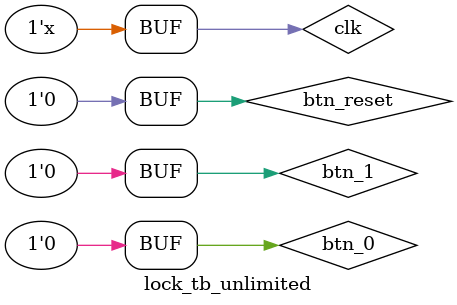
<source format=v>
`timescale 1ns/1ns

module lock_tb_unlimited();
reg clk=0;
reg btn_reset=0;
reg btn_0 = 0;
reg btn_1 = 0;
wire unlock;

always clk = #5 ~clk;

lock_top i_uut(
	.clk(clk),
	.btn_reset(btn_reset),
	.btn_0(btn_0),
	.btn_1(btn_1),
	.unlock(unlock)
);

initial begin
	
	btn_reset = 1;
	#10;btn_reset = 0;
	#10;btn_1 = 1;
	#10;btn_1 = 0;
	
	#10;btn_0 = 1;
	#10;btn_0 = 0;
	
	#10;btn_1 = 1;
	#10;btn_1 = 0;
	
	#10;btn_1 = 1;
	#10;btn_1 = 0;
	
	#10;btn_0 = 1;
	#10;btn_0 = 0;
	
	#10;btn_1 = 1;
	#10;btn_1 = 0;
	
	#10;btn_1 = 1;
	#10;btn_1 = 0;
	
	#10;btn_0 = 1;
	#10;btn_0 = 0;
	
	#10;btn_0 = 1;
	#10;btn_0 = 0;
	
	#10;btn_0 = 1;
	#10;btn_0 = 0;
	
	#10;btn_1 = 1;
	#10;btn_1 = 0;
	
	#10;btn_1 = 1;
	#10;btn_1 = 0;

	
end

endmodule
</source>
